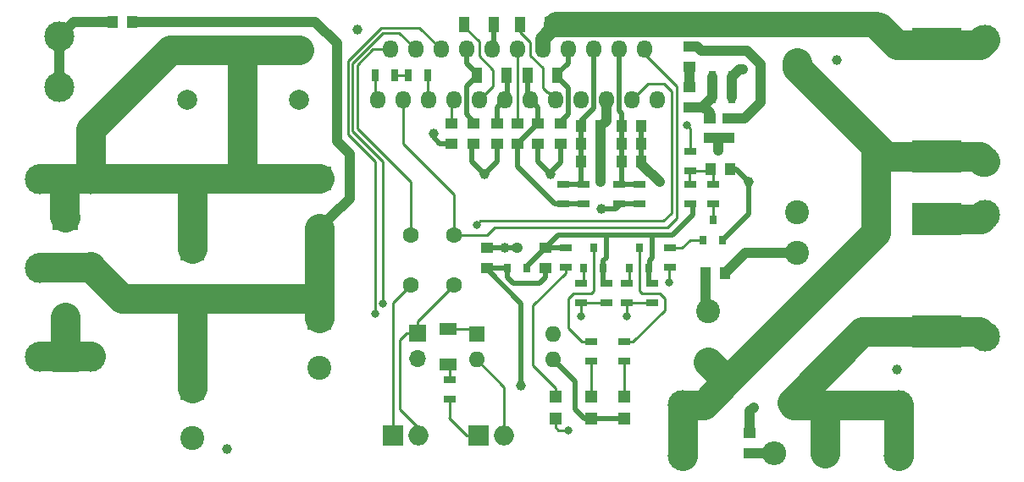
<source format=gbr>
G04 #@! TF.GenerationSoftware,KiCad,Pcbnew,5.1.5+dfsg1-2build2*
G04 #@! TF.CreationDate,2021-11-29T23:12:50+10:30*
G04 #@! TF.ProjectId,tda8954-btl,74646138-3935-4342-9d62-746c2e6b6963,rev?*
G04 #@! TF.SameCoordinates,Original*
G04 #@! TF.FileFunction,Copper,L1,Top*
G04 #@! TF.FilePolarity,Positive*
%FSLAX46Y46*%
G04 Gerber Fmt 4.6, Leading zero omitted, Abs format (unit mm)*
G04 Created by KiCad (PCBNEW 5.1.5+dfsg1-2build2) date 2021-11-29 23:12:50*
%MOMM*%
%LPD*%
G04 APERTURE LIST*
%ADD10O,1.500000X1.800000*%
%ADD11R,1.300000X0.700000*%
%ADD12R,0.700000X1.300000*%
%ADD13C,3.000000*%
%ADD14C,1.600000*%
%ADD15R,2.000000X2.000000*%
%ADD16C,2.000000*%
%ADD17C,1.000000*%
%ADD18R,1.000000X1.250000*%
%ADD19R,1.250000X1.000000*%
%ADD20C,2.400000*%
%ADD21R,1.000000X1.600000*%
%ADD22R,2.400000X2.400000*%
%ADD23R,1.200000X1.200000*%
%ADD24R,1.700000X1.300000*%
%ADD25O,1.998980X1.998980*%
%ADD26R,1.998980X1.998980*%
%ADD27C,2.500000*%
%ADD28R,2.500000X2.500000*%
%ADD29O,1.700000X1.700000*%
%ADD30R,1.700000X1.700000*%
%ADD31R,5.000000X3.250000*%
%ADD32R,0.800000X0.900000*%
%ADD33O,2.400000X2.400000*%
%ADD34O,1.600000X1.600000*%
%ADD35R,1.600000X1.600000*%
%ADD36C,0.800000*%
%ADD37C,3.000000*%
%ADD38C,0.500000*%
%ADD39C,1.000000*%
%ADD40C,0.250000*%
%ADD41C,2.000000*%
%ADD42C,1.500000*%
%ADD43C,2.500000*%
G04 APERTURE END LIST*
D10*
X88970000Y-34040000D03*
X87700000Y-28960000D03*
X86430000Y-34040000D03*
X85160000Y-28960000D03*
X83890000Y-34040000D03*
X82620000Y-28960000D03*
X81350000Y-34040000D03*
X80080000Y-28960000D03*
X78810000Y-34040000D03*
X77540000Y-28960000D03*
X76270000Y-34040000D03*
X75000000Y-28960000D03*
X73730000Y-34040000D03*
X72460000Y-28960000D03*
X71190000Y-34040000D03*
X69920000Y-28960000D03*
X68650000Y-34040000D03*
X67380000Y-28960000D03*
X66110000Y-34040000D03*
X64840000Y-28960000D03*
X63570000Y-34040000D03*
X62300000Y-28960000D03*
X61030000Y-34040000D03*
D11*
X94234000Y-29144000D03*
X94234000Y-27244000D03*
D12*
X96454000Y-31750000D03*
X94554000Y-31750000D03*
D13*
X29210000Y-27686000D03*
X29210000Y-32766000D03*
X32328000Y-59734000D03*
X27248000Y-59734000D03*
X32328000Y-50844000D03*
X27248000Y-50844000D03*
X32328000Y-41954000D03*
X27248000Y-41954000D03*
X91510000Y-69640000D03*
X91510000Y-64560000D03*
X113100000Y-69640000D03*
X113100000Y-64560000D03*
X121736000Y-40176000D03*
X121736000Y-27984000D03*
X121736000Y-57702000D03*
X121736000Y-45510000D03*
D14*
X64332000Y-52542000D03*
X64332000Y-47542000D03*
D15*
X41980000Y-29000000D03*
D16*
X41980000Y-34000000D03*
D17*
X59000000Y-27000000D03*
X107000000Y-30000000D03*
X46000000Y-69000000D03*
X113000000Y-61000000D03*
D18*
X34560000Y-26206000D03*
X36560000Y-26206000D03*
D19*
X75000000Y-36382000D03*
X75000000Y-38382000D03*
X68396000Y-38382000D03*
X68396000Y-36382000D03*
X94234000Y-35846000D03*
X94234000Y-37846000D03*
X92202000Y-32782000D03*
X92202000Y-34782000D03*
D20*
X102940000Y-64320000D03*
X102940000Y-49320000D03*
D19*
X98241000Y-69370000D03*
X98241000Y-67370000D03*
D21*
X72690000Y-26460000D03*
X69690000Y-26460000D03*
X75278000Y-26460000D03*
X78278000Y-26460000D03*
D14*
X68650000Y-47542000D03*
X68650000Y-52542000D03*
D20*
X102940000Y-30270000D03*
X102940000Y-45270000D03*
D18*
X93812000Y-51352000D03*
X95812000Y-51352000D03*
D19*
X96082000Y-37846000D03*
X96082000Y-35846000D03*
X92202000Y-28718000D03*
X92202000Y-30718000D03*
X71952000Y-50828000D03*
X71952000Y-48828000D03*
X77794000Y-50828000D03*
X77794000Y-48828000D03*
D20*
X42545000Y-53895000D03*
D22*
X42545000Y-48895000D03*
X55245000Y-41910000D03*
D20*
X55245000Y-46910000D03*
D19*
X79318000Y-38382000D03*
X79318000Y-36382000D03*
X70612000Y-36382000D03*
X70612000Y-38382000D03*
D18*
X85430000Y-36620000D03*
X87430000Y-36620000D03*
X85430000Y-38398000D03*
X87430000Y-38398000D03*
X87430000Y-40176000D03*
X85430000Y-40176000D03*
D22*
X55245000Y-55880000D03*
D20*
X55245000Y-60880000D03*
X42545000Y-67865000D03*
D22*
X42545000Y-62865000D03*
D16*
X53156000Y-34000000D03*
D15*
X53156000Y-29000000D03*
D21*
X76040000Y-31540000D03*
X79040000Y-31540000D03*
X70960000Y-31540000D03*
X73960000Y-31540000D03*
D19*
X72968000Y-36382000D03*
X72968000Y-38382000D03*
X77032000Y-38382000D03*
X77032000Y-36382000D03*
D18*
X81366000Y-40176000D03*
X83366000Y-40176000D03*
X83366000Y-38398000D03*
X81366000Y-38398000D03*
X81366000Y-36620000D03*
X83366000Y-36620000D03*
X94320000Y-40938000D03*
X96320000Y-40938000D03*
D23*
X78810000Y-65914000D03*
X78810000Y-63714000D03*
D24*
X68127000Y-60496000D03*
X68127000Y-56996000D03*
D23*
X85668000Y-63714000D03*
X85668000Y-65914000D03*
X82366000Y-65914000D03*
X82366000Y-63714000D03*
D25*
X65094000Y-67608000D03*
D26*
X62554000Y-67608000D03*
X71174000Y-67608000D03*
D25*
X73714000Y-67608000D03*
D27*
X29788000Y-55764000D03*
D28*
X29788000Y-45764000D03*
D27*
X29788000Y-50764000D03*
D29*
X65024000Y-59944000D03*
D30*
X65024000Y-57404000D03*
D31*
X116910000Y-45981000D03*
X116910000Y-57231000D03*
X116910000Y-39705000D03*
X116910000Y-28455000D03*
D32*
X87192000Y-48828000D03*
X88142000Y-50828000D03*
X86242000Y-50828000D03*
X82620000Y-48828000D03*
X83570000Y-50828000D03*
X81670000Y-50828000D03*
X93608000Y-48034000D03*
X95508000Y-48034000D03*
X94558000Y-46034000D03*
D12*
X94554000Y-33782000D03*
X96454000Y-33782000D03*
D33*
X100654000Y-69386000D03*
D20*
X105734000Y-69386000D03*
D12*
X62742000Y-31540000D03*
X60842000Y-31540000D03*
X64144000Y-31540000D03*
X66044000Y-31540000D03*
D20*
X94050000Y-55162000D03*
D33*
X94050000Y-60242000D03*
D11*
X96266000Y-29144000D03*
X96266000Y-27244000D03*
X87192000Y-42528000D03*
X87192000Y-44428000D03*
X85160000Y-44428000D03*
X85160000Y-42528000D03*
X88462000Y-54334000D03*
X88462000Y-52434000D03*
X83890000Y-54334000D03*
X83890000Y-52434000D03*
X92272000Y-42528000D03*
X92272000Y-44428000D03*
X79826000Y-48878000D03*
X79826000Y-50778000D03*
X85922000Y-54334000D03*
X85922000Y-52434000D03*
X81350000Y-52434000D03*
X81350000Y-54334000D03*
X92272000Y-41126000D03*
X92272000Y-39226000D03*
X68269000Y-63986000D03*
X68269000Y-62086000D03*
X94558000Y-42528000D03*
X94558000Y-44428000D03*
X85668000Y-58276000D03*
X85668000Y-60176000D03*
X82366000Y-60176000D03*
X82366000Y-58276000D03*
X79572000Y-42528000D03*
X79572000Y-44428000D03*
X90240000Y-50778000D03*
X90240000Y-48878000D03*
X81604000Y-44428000D03*
X81604000Y-42528000D03*
D32*
X74050000Y-50828000D03*
X75950000Y-50828000D03*
X75000000Y-48828000D03*
D34*
X78556000Y-57448000D03*
X70936000Y-59988000D03*
X78556000Y-59988000D03*
D35*
X70936000Y-57448000D03*
D17*
X66618002Y-37382000D03*
X95123000Y-39116000D03*
X73730000Y-48812000D03*
X83382000Y-44958000D03*
X92202000Y-31750000D03*
X98622000Y-64814000D03*
X89224000Y-42208000D03*
X83312000Y-42208000D03*
X98114000Y-42208000D03*
X71698000Y-41446000D03*
X78302000Y-41446004D03*
X75381000Y-62655000D03*
D36*
X80080010Y-67100000D03*
X90170000Y-52324000D03*
X81350000Y-55670000D03*
X60776000Y-55416000D03*
X91947992Y-36576000D03*
X70936000Y-46526000D03*
X97536000Y-30988000D03*
X61538000Y-54436990D03*
X85922006Y-55670000D03*
D37*
X29788000Y-55764000D02*
X29788000Y-57531766D01*
X29788000Y-57531766D02*
X29788000Y-59734000D01*
X29788000Y-59734000D02*
X32385000Y-59690000D01*
X27305000Y-59690000D02*
X29788000Y-59734000D01*
D38*
X76040000Y-33810000D02*
X76270000Y-34040000D01*
X76040000Y-31540000D02*
X76040000Y-33810000D01*
X72968000Y-34802000D02*
X73730000Y-34040000D01*
X72968000Y-36382000D02*
X72968000Y-34802000D01*
X77032000Y-34802000D02*
X76270000Y-34040000D01*
X77032000Y-36382000D02*
X77032000Y-34802000D01*
X75032000Y-38382000D02*
X77032000Y-36382000D01*
X75000000Y-38382000D02*
X75032000Y-38382000D01*
X79572000Y-44428000D02*
X81604000Y-44428000D01*
X66618002Y-37729002D02*
X66618002Y-37382000D01*
X68396000Y-38382000D02*
X67271000Y-38382000D01*
X67271000Y-38382000D02*
X66618002Y-37729002D01*
X75000000Y-40684000D02*
X75000000Y-38382000D01*
X78744000Y-44428000D02*
X75000000Y-40684000D01*
X79572000Y-44428000D02*
X78744000Y-44428000D01*
X73984000Y-33786000D02*
X73730000Y-34040000D01*
X73984000Y-31564000D02*
X73984000Y-33786000D01*
X73960000Y-31540000D02*
X73984000Y-31564000D01*
D39*
X94234000Y-37846000D02*
X95012000Y-37846000D01*
X95012000Y-37846000D02*
X96082000Y-37846000D01*
X95123000Y-37957000D02*
X95123000Y-39116000D01*
X95012000Y-37846000D02*
X95123000Y-37957000D01*
X94554000Y-31750000D02*
X94554000Y-33782000D01*
X93077000Y-34782000D02*
X92202000Y-34782000D01*
X93692000Y-34782000D02*
X93077000Y-34782000D01*
X93692000Y-34644000D02*
X94554000Y-33782000D01*
X93692000Y-34782000D02*
X93692000Y-34644000D01*
X94234000Y-35324000D02*
X94234000Y-35846000D01*
X93692000Y-34782000D02*
X94234000Y-35324000D01*
D37*
X29744000Y-41910000D02*
X29744000Y-45720000D01*
X27305000Y-41910000D02*
X29744000Y-41910000D01*
X29744000Y-45720000D02*
X29788000Y-45764000D01*
X29744000Y-41910000D02*
X32385000Y-41910000D01*
X47524000Y-41910000D02*
X47524000Y-29927000D01*
X47524000Y-29927000D02*
X48451000Y-29000000D01*
X47524000Y-41910000D02*
X55245000Y-41910000D01*
X42545000Y-42063000D02*
X42698000Y-41910000D01*
X42545000Y-48895000D02*
X42545000Y-42063000D01*
D38*
X87192000Y-44428000D02*
X85160000Y-44428000D01*
D39*
X71968000Y-48812000D02*
X71952000Y-48828000D01*
D38*
X73730000Y-48812000D02*
X71968000Y-48812000D01*
D39*
X74984000Y-48812000D02*
X75000000Y-48828000D01*
D38*
X73730000Y-48812000D02*
X74984000Y-48812000D01*
X80080000Y-30397000D02*
X80080000Y-28960000D01*
X79040000Y-31437000D02*
X80080000Y-30397000D01*
X79040000Y-31540000D02*
X79040000Y-31437000D01*
D37*
X48451000Y-29000000D02*
X53156000Y-29000000D01*
X45330000Y-41910000D02*
X47524000Y-41910000D01*
X32385000Y-41910000D02*
X45330000Y-41910000D01*
D38*
X85414000Y-44428000D02*
X84884000Y-44958000D01*
X84089106Y-44958000D02*
X83382000Y-44958000D01*
X84884000Y-44958000D02*
X84089106Y-44958000D01*
D37*
X32385000Y-36957000D02*
X32385000Y-41910000D01*
X40342000Y-29000000D02*
X32385000Y-36957000D01*
X48451000Y-29000000D02*
X40342000Y-29000000D01*
D39*
X92202000Y-32782000D02*
X92202000Y-31750000D01*
X92202000Y-31750000D02*
X92202000Y-30718000D01*
D38*
X70612000Y-36182000D02*
X70612000Y-36382000D01*
X69920000Y-32683000D02*
X69920000Y-35490000D01*
X70960000Y-31437000D02*
X70960000Y-31643000D01*
X69920000Y-30397000D02*
X70960000Y-31437000D01*
X69920000Y-35490000D02*
X70612000Y-36182000D01*
X70960000Y-31643000D02*
X69920000Y-32683000D01*
X69920000Y-28960000D02*
X69920000Y-30397000D01*
X79064000Y-31794000D02*
X79040000Y-31794000D01*
X80080000Y-32810000D02*
X79064000Y-31794000D01*
X80080000Y-35490000D02*
X80080000Y-32810000D01*
X79318000Y-36252000D02*
X80080000Y-35490000D01*
X79040000Y-31794000D02*
X79294000Y-31540000D01*
X79318000Y-36382000D02*
X79318000Y-36252000D01*
D37*
X32305000Y-50800000D02*
X32385000Y-50720000D01*
X27305000Y-50800000D02*
X32305000Y-50800000D01*
X42545000Y-53895000D02*
X42545000Y-62865000D01*
D38*
X87430000Y-36620000D02*
X87430000Y-38398000D01*
X87430000Y-38398000D02*
X87430000Y-40176000D01*
D39*
X83366000Y-40176000D02*
X83366000Y-38398000D01*
X83366000Y-38398000D02*
X83366000Y-36620000D01*
X83890000Y-36096000D02*
X83890000Y-34040000D01*
X83366000Y-36620000D02*
X83890000Y-36096000D01*
X87430000Y-40176000D02*
X87430000Y-40414000D01*
X87430000Y-40414000D02*
X89224000Y-42208000D01*
D38*
X71952000Y-50828000D02*
X74050000Y-50828000D01*
X96844000Y-40938000D02*
X98114000Y-42208000D01*
X96320000Y-40938000D02*
X96844000Y-40938000D01*
X98114000Y-45428000D02*
X98114000Y-42208000D01*
X95508000Y-48034000D02*
X98114000Y-45428000D01*
X74050000Y-50828000D02*
X74050000Y-50778000D01*
X74050000Y-51778000D02*
X74640000Y-52368000D01*
X74050000Y-50828000D02*
X74050000Y-51778000D01*
X77794000Y-51828000D02*
X77794000Y-50828000D01*
X77254000Y-52368000D02*
X77794000Y-51828000D01*
X74640000Y-52368000D02*
X77254000Y-52368000D01*
X82366000Y-65914000D02*
X85668000Y-65914000D01*
X77032000Y-38382000D02*
X77032000Y-40176004D01*
X77032000Y-40176004D02*
X78302000Y-41446004D01*
X70428000Y-40176000D02*
X70428000Y-38636000D01*
X71698000Y-41446000D02*
X70428000Y-40176000D01*
X72968000Y-40176000D02*
X71698000Y-41446000D01*
X72968000Y-38382000D02*
X72968000Y-40176000D01*
X71952000Y-50971000D02*
X71952000Y-50828000D01*
X75381000Y-54400000D02*
X71952000Y-50971000D01*
X75381000Y-62655000D02*
X75381000Y-54400000D01*
D37*
X55245000Y-55880000D02*
X55245000Y-46910000D01*
X42545000Y-53895000D02*
X55172000Y-53895000D01*
D39*
X97844000Y-49320000D02*
X102940000Y-49320000D01*
X95812000Y-51352000D02*
X97844000Y-49320000D01*
X98241000Y-65195000D02*
X98622000Y-64814000D01*
X98241000Y-67370000D02*
X98241000Y-65195000D01*
D37*
X35480000Y-53895000D02*
X42545000Y-53895000D01*
X32385000Y-50800000D02*
X35480000Y-53895000D01*
D39*
X83366000Y-42154000D02*
X83312000Y-42208000D01*
X83366000Y-40176000D02*
X83366000Y-42154000D01*
X58236000Y-39442990D02*
X58236000Y-43919000D01*
X56966000Y-38172990D02*
X58236000Y-39442990D01*
X56966000Y-28365000D02*
X56966000Y-38172990D01*
X56444999Y-45710001D02*
X55245000Y-46910000D01*
X58236000Y-43919000D02*
X56444999Y-45710001D01*
X54807000Y-26206000D02*
X56966000Y-28365000D01*
X36560000Y-26206000D02*
X54807000Y-26206000D01*
D38*
X81688000Y-65914000D02*
X82366000Y-65914000D01*
X80772000Y-64998000D02*
X81688000Y-65914000D01*
X78556000Y-60014000D02*
X80772000Y-62230000D01*
X80772000Y-62230000D02*
X80772000Y-64998000D01*
X78556000Y-59988000D02*
X78556000Y-60014000D01*
X78302000Y-41332000D02*
X78302000Y-41446004D01*
X79318000Y-40316000D02*
X78302000Y-41332000D01*
X79318000Y-38382000D02*
X79318000Y-40316000D01*
D40*
X100638000Y-69370000D02*
X100654000Y-69386000D01*
D39*
X98241000Y-69370000D02*
X100638000Y-69370000D01*
D40*
X62554000Y-54320000D02*
X64332000Y-52542000D01*
X62554000Y-67608000D02*
X62554000Y-54320000D01*
X65024000Y-56168000D02*
X68650000Y-52542000D01*
X65024000Y-57404000D02*
X65024000Y-56168000D01*
X63924000Y-57404000D02*
X65024000Y-57404000D01*
X63246000Y-58082000D02*
X63924000Y-57404000D01*
X63246000Y-65024000D02*
X63246000Y-58082000D01*
X65094000Y-66872000D02*
X63246000Y-65024000D01*
X65094000Y-67608000D02*
X65094000Y-66872000D01*
D39*
X93796000Y-51368000D02*
X93812000Y-51352000D01*
X93796000Y-54908000D02*
X93796000Y-51368000D01*
X94050000Y-55162000D02*
X93796000Y-54908000D01*
X96266000Y-29144000D02*
X94234000Y-29144000D01*
X92218000Y-28702000D02*
X92202000Y-28718000D01*
X92964000Y-28702000D02*
X92218000Y-28702000D01*
X93406000Y-29144000D02*
X92964000Y-28702000D01*
X94234000Y-29144000D02*
X93406000Y-29144000D01*
X97758000Y-35846000D02*
X96082000Y-35846000D01*
X99314000Y-34290000D02*
X97758000Y-35846000D01*
X99314000Y-30480000D02*
X99314000Y-34290000D01*
X97978000Y-29144000D02*
X99314000Y-30480000D01*
X96266000Y-29144000D02*
X97978000Y-29144000D01*
D38*
X75950000Y-50672000D02*
X77794000Y-48828000D01*
X75950000Y-50828000D02*
X75950000Y-50672000D01*
X92526000Y-45510000D02*
X92526000Y-44428000D01*
X77794000Y-48812000D02*
X79064000Y-47542000D01*
X90494000Y-47542000D02*
X92526000Y-45510000D01*
X77794000Y-48828000D02*
X77794000Y-48812000D01*
X77844000Y-48878000D02*
X77794000Y-48828000D01*
X79826000Y-48878000D02*
X77844000Y-48878000D01*
X79064000Y-47542000D02*
X83890000Y-47542000D01*
X88142000Y-50828000D02*
X88142000Y-52368000D01*
X87446000Y-47542000D02*
X90494000Y-47542000D01*
X83890000Y-47542000D02*
X87446000Y-47542000D01*
X83570000Y-50828000D02*
X83570000Y-52246000D01*
X87954000Y-47542000D02*
X87700000Y-47542000D01*
X88462000Y-49828000D02*
X88462000Y-47542000D01*
X88208000Y-50082000D02*
X88462000Y-49828000D01*
X88208000Y-50762000D02*
X88208000Y-50082000D01*
X88142000Y-50828000D02*
X88208000Y-50762000D01*
X83890000Y-49828000D02*
X83890000Y-47542000D01*
X83570000Y-50148000D02*
X83890000Y-49828000D01*
X83570000Y-50828000D02*
X83570000Y-50148000D01*
X85430000Y-36620000D02*
X85430000Y-38398000D01*
X85430000Y-38398000D02*
X85430000Y-40176000D01*
X85430000Y-36620000D02*
X85430000Y-36128000D01*
X85430000Y-35366000D02*
X85430000Y-36620000D01*
X85160000Y-35096000D02*
X85430000Y-35366000D01*
X85160000Y-28960000D02*
X85160000Y-35096000D01*
X85160000Y-42528000D02*
X87192000Y-42528000D01*
X85414000Y-40192000D02*
X85430000Y-40176000D01*
X85414000Y-42528000D02*
X85414000Y-40192000D01*
X81366000Y-36620000D02*
X81366000Y-38398000D01*
X81366000Y-38398000D02*
X81366000Y-40176000D01*
X79572000Y-42528000D02*
X81604000Y-42528000D01*
X81366000Y-42290000D02*
X81604000Y-42528000D01*
X81366000Y-40176000D02*
X81366000Y-42290000D01*
X81366000Y-36096000D02*
X81366000Y-36620000D01*
X82620000Y-34842000D02*
X81366000Y-36096000D01*
X82620000Y-28960000D02*
X82620000Y-34842000D01*
D40*
X94132000Y-41126000D02*
X94320000Y-40938000D01*
X92526000Y-41126000D02*
X94132000Y-41126000D01*
X94558000Y-41176000D02*
X94320000Y-40938000D01*
X94558000Y-42528000D02*
X94558000Y-41176000D01*
X92202000Y-41126000D02*
X92202000Y-42528000D01*
X78810000Y-65914000D02*
X78810000Y-66764000D01*
X79514325Y-67100000D02*
X80080010Y-67100000D01*
X78810000Y-66764000D02*
X79146000Y-67100000D01*
X79146000Y-67100000D02*
X79514325Y-67100000D01*
X90170000Y-50848000D02*
X90240000Y-50778000D01*
X90170000Y-52324000D02*
X90170000Y-50848000D01*
X78810000Y-62864000D02*
X76569000Y-60623000D01*
X78810000Y-63714000D02*
X78810000Y-62864000D01*
X79826000Y-51378000D02*
X79826000Y-50778000D01*
X76569000Y-54635000D02*
X79826000Y-51378000D01*
X76569000Y-60623000D02*
X76569000Y-54635000D01*
X68269000Y-60638000D02*
X68127000Y-60496000D01*
X68269000Y-62086000D02*
X68269000Y-60638000D01*
X70484000Y-56996000D02*
X70936000Y-57448000D01*
X68000000Y-56996000D02*
X70484000Y-56996000D01*
X85668000Y-62864000D02*
X85668000Y-60176000D01*
X85668000Y-63714000D02*
X85668000Y-62864000D01*
X82366000Y-60176000D02*
X82366000Y-63714000D01*
X68269000Y-64586000D02*
X68269000Y-63986000D01*
X68269000Y-65825490D02*
X68269000Y-64586000D01*
X69924510Y-67608000D02*
X68142000Y-65825490D01*
X71174000Y-67608000D02*
X69924510Y-67608000D01*
X73714000Y-62766000D02*
X73714000Y-67608000D01*
X70936000Y-59988000D02*
X73714000Y-62766000D01*
X86568000Y-58276000D02*
X85668000Y-58276000D01*
X89732000Y-55112000D02*
X86568000Y-58276000D01*
X89732000Y-53892000D02*
X89732000Y-55112000D01*
X89224000Y-53384000D02*
X89732000Y-53892000D01*
X87192000Y-53130000D02*
X87446000Y-53384000D01*
X87446000Y-53384000D02*
X89224000Y-53384000D01*
X87192000Y-48828000D02*
X87192000Y-53130000D01*
X85988000Y-52368000D02*
X85922000Y-52434000D01*
X86242000Y-50828000D02*
X86242000Y-52368000D01*
X81466000Y-58276000D02*
X82366000Y-58276000D01*
X80080000Y-53892000D02*
X80080000Y-56890000D01*
X80588000Y-53384000D02*
X80080000Y-53892000D01*
X80080000Y-56890000D02*
X81466000Y-58276000D01*
X82366000Y-53384000D02*
X80588000Y-53384000D01*
X82620000Y-53130000D02*
X82366000Y-53384000D01*
X82620000Y-48828000D02*
X82620000Y-53130000D01*
X81670000Y-52114000D02*
X81350000Y-52434000D01*
X81670000Y-50828000D02*
X81670000Y-52114000D01*
X90240000Y-48878000D02*
X91444000Y-48878000D01*
X92288000Y-48034000D02*
X93608000Y-48034000D01*
X91444000Y-48878000D02*
X92288000Y-48034000D01*
X94558000Y-44428000D02*
X94558000Y-46034000D01*
X62742000Y-31540000D02*
X64144000Y-31540000D01*
X81350000Y-54334000D02*
X83382000Y-54334000D01*
X81350000Y-55670000D02*
X81350000Y-54334000D01*
X60776000Y-54850315D02*
X60776000Y-55416000D01*
X60776000Y-40176000D02*
X60776000Y-54850315D01*
X58097979Y-37497979D02*
X60776000Y-40176000D01*
X58097979Y-30151200D02*
X58097979Y-37497979D01*
X61452179Y-26797000D02*
X58097979Y-30151200D01*
X65217000Y-26797000D02*
X61452179Y-26797000D01*
X67380000Y-28960000D02*
X65217000Y-26797000D01*
X92526000Y-39226000D02*
X92272000Y-39226000D01*
X92272000Y-39226000D02*
X92272000Y-36900008D01*
X92272000Y-36900008D02*
X91947992Y-36576000D01*
X75000000Y-33572000D02*
X75000000Y-36382000D01*
X75000000Y-28960000D02*
X75000000Y-33572000D01*
X68396000Y-34294000D02*
X68650000Y-34040000D01*
X68396000Y-36382000D02*
X68396000Y-34294000D01*
X64332000Y-45002000D02*
X64332000Y-47542000D01*
X64332000Y-42208000D02*
X64332000Y-45002000D01*
X58998000Y-36874000D02*
X64332000Y-42208000D01*
X58998000Y-30524000D02*
X58998000Y-36874000D01*
X60562000Y-28960000D02*
X58998000Y-30524000D01*
X62300000Y-28960000D02*
X60562000Y-28960000D01*
X89623999Y-46126001D02*
X71335999Y-46126001D01*
X90424000Y-45326000D02*
X89623999Y-46126001D01*
X90424000Y-33147000D02*
X90424000Y-45326000D01*
X71335999Y-46126001D02*
X70936000Y-46526000D01*
X89662000Y-32385000D02*
X90424000Y-33147000D01*
X88085000Y-32385000D02*
X89662000Y-32385000D01*
X86430000Y-34040000D02*
X88085000Y-32385000D01*
X63570000Y-35604000D02*
X63570000Y-34040000D01*
X63570000Y-38398000D02*
X63570000Y-35604000D01*
X68650000Y-43478000D02*
X63570000Y-38398000D01*
X68650000Y-47542000D02*
X68650000Y-43478000D01*
X69781370Y-47542000D02*
X68650000Y-47542000D01*
X71952000Y-47542000D02*
X69781370Y-47542000D01*
X89986000Y-46780000D02*
X72714000Y-46780000D01*
X90932000Y-45834000D02*
X89986000Y-46780000D01*
X87700000Y-29430740D02*
X90932000Y-32662740D01*
X72714000Y-46780000D02*
X71952000Y-47542000D01*
X90932000Y-32662740D02*
X90932000Y-45834000D01*
X87700000Y-28960000D02*
X87700000Y-29430740D01*
X60842000Y-31540000D02*
X60842000Y-33852000D01*
X66044000Y-34106000D02*
X66110000Y-34040000D01*
X66044000Y-33974000D02*
X66110000Y-34040000D01*
X66044000Y-31540000D02*
X66044000Y-33974000D01*
D41*
X121153000Y-57231000D02*
X121726001Y-57804001D01*
D37*
X117418000Y-57231000D02*
X121153000Y-57231000D01*
X117418000Y-57231000D02*
X111553000Y-57231000D01*
D41*
X102672000Y-64560000D02*
X102432000Y-64320000D01*
D37*
X105480000Y-64560000D02*
X102672000Y-64560000D01*
X113100000Y-64560000D02*
X105480000Y-64560000D01*
X105734000Y-69386000D02*
X105734000Y-64814000D01*
X105734000Y-64814000D02*
X105480000Y-64560000D01*
X109521000Y-57231000D02*
X102432000Y-64320000D01*
X111553000Y-57231000D02*
X109521000Y-57231000D01*
X113100000Y-64560000D02*
X113100000Y-69640000D01*
D38*
X72690000Y-28730000D02*
X72460000Y-28960000D01*
X72690000Y-26460000D02*
X72690000Y-28730000D01*
D41*
X121357002Y-45981000D02*
X121726001Y-45612001D01*
D37*
X117418000Y-45981000D02*
X121357002Y-45981000D01*
D39*
X96454000Y-33782000D02*
X96454000Y-31750000D01*
X97216000Y-30988000D02*
X96454000Y-31750000D01*
X97536000Y-30988000D02*
X97216000Y-30988000D01*
D40*
X69690000Y-26714000D02*
X69690000Y-26460000D01*
X71190000Y-28214000D02*
X69690000Y-26714000D01*
X71190000Y-29635000D02*
X71190000Y-28214000D01*
X72587000Y-31032000D02*
X71190000Y-29635000D01*
X72587000Y-32643000D02*
X72587000Y-31032000D01*
X71190000Y-34040000D02*
X72587000Y-32643000D01*
X75278000Y-27246000D02*
X75278000Y-26460000D01*
X76314999Y-28282999D02*
X75278000Y-27246000D01*
X76314999Y-29548001D02*
X76314999Y-28282999D01*
X76327000Y-29560002D02*
X76314999Y-29548001D01*
X76327000Y-29620847D02*
X76327000Y-29560002D01*
X77540000Y-30833847D02*
X76327000Y-29620847D01*
X77540000Y-32810000D02*
X77540000Y-30833847D01*
X78008001Y-33278001D02*
X77540000Y-32810000D01*
X78048001Y-33278001D02*
X78008001Y-33278001D01*
X78810000Y-34040000D02*
X78048001Y-33278001D01*
D42*
X77540000Y-27882370D02*
X78897360Y-26525010D01*
X77540000Y-28960000D02*
X77540000Y-27882370D01*
D43*
X78897360Y-26450000D02*
X90000000Y-26450000D01*
D37*
X121736000Y-27984000D02*
X121482000Y-27984000D01*
X121228000Y-28492000D02*
X121736000Y-27984000D01*
X112971000Y-28492000D02*
X121228000Y-28492000D01*
X111204010Y-26725010D02*
X112971000Y-28492000D01*
D39*
X110929000Y-26450000D02*
X111204010Y-26725010D01*
X95890000Y-26450000D02*
X95828000Y-26512000D01*
X95978000Y-26450000D02*
X95890000Y-26450000D01*
D43*
X90000000Y-26450000D02*
X95978000Y-26450000D01*
X95978000Y-26450000D02*
X110929000Y-26450000D01*
D37*
X110851000Y-47340320D02*
X110851000Y-38689000D01*
X91510000Y-64560000D02*
X93631320Y-64560000D01*
X102940000Y-30778000D02*
X102940000Y-30270000D01*
X110851000Y-38689000D02*
X102940000Y-30778000D01*
X95872660Y-62064660D02*
X94050000Y-60242000D01*
X96126660Y-62064660D02*
X95872660Y-62064660D01*
X93631320Y-64560000D02*
X96126660Y-62064660D01*
X96126660Y-62064660D02*
X110851000Y-47340320D01*
X121736000Y-40176000D02*
X121482000Y-40176000D01*
X121228000Y-39668000D02*
X121736000Y-40176000D01*
X111830000Y-39668000D02*
X121228000Y-39668000D01*
X110851000Y-38689000D02*
X111830000Y-39668000D01*
X91510000Y-64560000D02*
X91510000Y-69640000D01*
D39*
X30690000Y-26206000D02*
X29210000Y-27686000D01*
X29210000Y-27686000D02*
X29210000Y-32766000D01*
X30690000Y-26206000D02*
X34560000Y-26206000D01*
D40*
X85922000Y-54334000D02*
X87954000Y-54334000D01*
X85922006Y-54334006D02*
X85922006Y-55670000D01*
X85922000Y-54334000D02*
X85922006Y-54334006D01*
X61538000Y-53871305D02*
X61538000Y-54436990D01*
X58547990Y-37185990D02*
X61538000Y-40176000D01*
X58547990Y-30337600D02*
X58547990Y-37185990D01*
X61538000Y-40176000D02*
X61538000Y-53871305D01*
X61580590Y-27305000D02*
X58547990Y-30337600D01*
X63185000Y-27305000D02*
X61580590Y-27305000D01*
X64840000Y-28960000D02*
X63185000Y-27305000D01*
M02*

</source>
